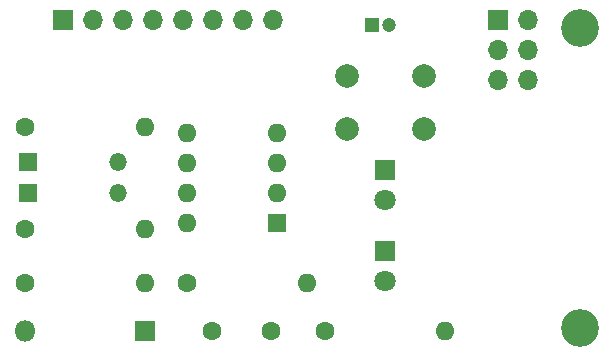
<source format=gbr>
%TF.GenerationSoftware,KiCad,Pcbnew,(6.0.11)*%
%TF.CreationDate,2023-02-10T16:41:59+03:00*%
%TF.ProjectId,QDevTiny,51446576-5469-46e7-992e-6b696361645f,rev?*%
%TF.SameCoordinates,Original*%
%TF.FileFunction,Soldermask,Bot*%
%TF.FilePolarity,Negative*%
%FSLAX46Y46*%
G04 Gerber Fmt 4.6, Leading zero omitted, Abs format (unit mm)*
G04 Created by KiCad (PCBNEW (6.0.11)) date 2023-02-10 16:41:59*
%MOMM*%
%LPD*%
G01*
G04 APERTURE LIST*
%ADD10R,1.700000X1.700000*%
%ADD11O,1.700000X1.700000*%
%ADD12C,3.200000*%
%ADD13R,1.800000X1.800000*%
%ADD14C,1.800000*%
%ADD15R,1.600000X1.600000*%
%ADD16O,1.600000X1.600000*%
%ADD17C,1.600000*%
%ADD18R,1.200000X1.200000*%
%ADD19C,1.200000*%
%ADD20O,1.800000X1.800000*%
%ADD21R,1.500000X1.500000*%
%ADD22O,1.500000X1.500000*%
%ADD23C,2.000000*%
G04 APERTURE END LIST*
D10*
%TO.C,J2*%
X89535000Y-46355000D03*
D11*
X92075000Y-46355000D03*
X94615000Y-46355000D03*
X97155000Y-46355000D03*
X99695000Y-46355000D03*
X102235000Y-46355000D03*
X104775000Y-46355000D03*
X107315000Y-46355000D03*
%TD*%
D12*
%TO.C,REF\u002A\u002A*%
X133350000Y-72390000D03*
%TD*%
D13*
%TO.C,D2*%
X116840000Y-65895000D03*
D14*
X116840000Y-68435000D03*
%TD*%
D15*
%TO.C,U1*%
X107714602Y-63549897D03*
D16*
X107714602Y-61009897D03*
X107714602Y-58469897D03*
X107714602Y-55929897D03*
X100094602Y-55929897D03*
X100094602Y-58469897D03*
X100094602Y-61009897D03*
X100094602Y-63549897D03*
%TD*%
D17*
%TO.C,C1*%
X107148000Y-72644000D03*
X102148000Y-72644000D03*
%TD*%
D12*
%TO.C,REF\u002A\u002A*%
X133350000Y-46990000D03*
%TD*%
D17*
%TO.C,R1*%
X111760000Y-72644000D03*
D16*
X121920000Y-72644000D03*
%TD*%
D17*
%TO.C,R5*%
X100076000Y-68580000D03*
D16*
X110236000Y-68580000D03*
%TD*%
D17*
%TO.C,R2*%
X86360000Y-68580000D03*
D16*
X96520000Y-68580000D03*
%TD*%
D18*
%TO.C,C2*%
X115691604Y-46736000D03*
D19*
X117191604Y-46736000D03*
%TD*%
D13*
%TO.C,D3*%
X96520000Y-72644000D03*
D20*
X86360000Y-72644000D03*
%TD*%
D13*
%TO.C,D1*%
X116840000Y-59007000D03*
D14*
X116840000Y-61547000D03*
%TD*%
D21*
%TO.C,D4*%
X86609000Y-60973220D03*
D22*
X94229000Y-60973220D03*
%TD*%
D10*
%TO.C,J3*%
X126360000Y-46370000D03*
D11*
X128900000Y-46370000D03*
X126360000Y-48910000D03*
X128900000Y-48910000D03*
X126360000Y-51450000D03*
X128900000Y-51450000D03*
%TD*%
D17*
%TO.C,R3*%
X86360000Y-64008000D03*
D16*
X96520000Y-64008000D03*
%TD*%
D23*
%TO.C,SW1*%
X113590000Y-51090000D03*
X120090000Y-51090000D03*
X113590000Y-55590000D03*
X120090000Y-55590000D03*
%TD*%
D17*
%TO.C,R4*%
X86360000Y-55372000D03*
D16*
X96520000Y-55372000D03*
%TD*%
D21*
%TO.C,D5*%
X86609000Y-58376780D03*
D22*
X94229000Y-58376780D03*
%TD*%
M02*

</source>
